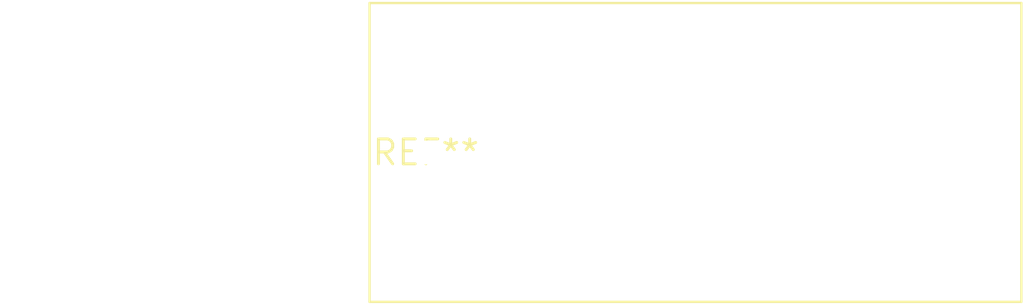
<source format=kicad_pcb>
(kicad_pcb (version 20240108) (generator pcbnew)
  (layers (0 "F.Cu" signal) (31 "B.Cu" signal) (34 "B.Paste" user) (35 "F.Paste" user) (36 "B.SilkS" user "B.Silkscreen") (37 "F.SilkS" user "F.Silkscreen") (38 "B.Mask" user) (39 "F.Mask" user) (44 "Edge.Cuts" user))
  (net 0 "")
  (footprint "C_Rect_L33.0mm_W15.0mm_P27.50mm_MKS4" (layer "F.Cu") (at 0 0)
    (property "Reference" "REF**")
    (property "Value" "C_Rect_L33.0mm_W15.0mm_P27.50mm_MKS4")
    (fp_line (start -2.87 -7.62) (end -2.87 7.62) (layer "F.SilkS") (stroke (width 0.12)))
    (fp_line (start -2.87 -7.62) (end 30.37 -7.62) (layer "F.SilkS") (stroke (width 0.12)))
    (fp_line (start -2.87 7.62) (end 30.37 7.62) (layer "F.SilkS") (stroke (width 0.12)))
    (fp_line (start 30.37 -7.62) (end 30.37 7.62) (layer "F.SilkS") (stroke (width 0.12)))
    (pad "1" thru_hole circle (at 0 0) (size 2.4 2.4) (drill 1.2) (layers *.Cu *.Mask) (remove_unused_layers))
    (pad "2" thru_hole circle (at 27.5 0) (size 2.4 2.4) (drill 1.2) (layers *.Cu *.Mask) (remove_unused_layers))
  )
)
</source>
